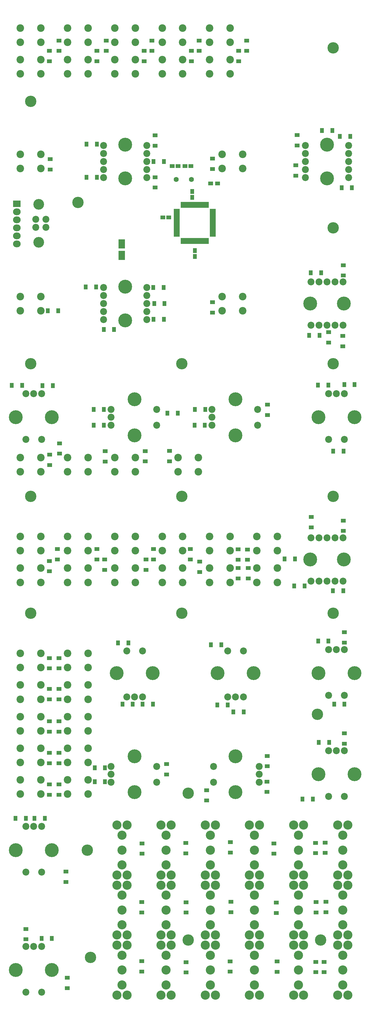
<source format=gts>
G04 #@! TF.FileFunction,Soldermask,Top*
%FSLAX46Y46*%
G04 Gerber Fmt 4.6, Leading zero omitted, Abs format (unit mm)*
G04 Created by KiCad (PCBNEW 4.0.2-stable) date 20/06/2016 17:59:36*
%MOMM*%
G01*
G04 APERTURE LIST*
%ADD10C,0.100000*%
%ADD11R,1.620000X1.310000*%
%ADD12R,0.950000X1.900000*%
%ADD13R,1.900000X0.950000*%
%ADD14R,1.600000X1.150000*%
%ADD15R,1.150000X1.600000*%
%ADD16R,2.000200X3.000960*%
%ADD17R,1.600000X1.300000*%
%ADD18C,4.400000*%
%ADD19C,2.200000*%
%ADD20C,2.400000*%
%ADD21R,1.310000X1.620000*%
%ADD22R,2.432000X2.127200*%
%ADD23O,2.432000X2.127200*%
%ADD24C,3.400000*%
%ADD25C,1.600000*%
%ADD26C,3.600000*%
%ADD27C,2.900000*%
G04 APERTURE END LIST*
D10*
D11*
X120000000Y-55000000D03*
X120000000Y-51730000D03*
D12*
X159075000Y-115125000D03*
X159875000Y-115125000D03*
X160675000Y-115125000D03*
X161475000Y-115125000D03*
X162275000Y-115125000D03*
X163075000Y-115125000D03*
X163875000Y-115125000D03*
X164675000Y-115125000D03*
X165475000Y-115125000D03*
X166275000Y-115125000D03*
X167075000Y-115125000D03*
D13*
X168775000Y-113425000D03*
X168775000Y-112625000D03*
X168775000Y-111825000D03*
X168775000Y-111025000D03*
X168775000Y-110225000D03*
X168775000Y-109425000D03*
X168775000Y-108625000D03*
X168775000Y-107825000D03*
X168775000Y-107025000D03*
X168775000Y-106225000D03*
X168775000Y-105425000D03*
D12*
X167075000Y-103725000D03*
X166275000Y-103725000D03*
X165475000Y-103725000D03*
X164675000Y-103725000D03*
X163875000Y-103725000D03*
X163075000Y-103725000D03*
X162275000Y-103725000D03*
X161475000Y-103725000D03*
X160675000Y-103725000D03*
X159875000Y-103725000D03*
X159075000Y-103725000D03*
D13*
X157375000Y-105425000D03*
X157375000Y-106225000D03*
X157375000Y-107025000D03*
X157375000Y-107825000D03*
X157375000Y-108625000D03*
X157375000Y-109425000D03*
X157375000Y-110225000D03*
X157375000Y-111025000D03*
X157375000Y-111825000D03*
X157375000Y-112625000D03*
X157375000Y-113425000D03*
D14*
X154850000Y-107750000D03*
X152950000Y-107750000D03*
X155900000Y-91500000D03*
X157800000Y-91500000D03*
X159950000Y-91500000D03*
X161850000Y-91500000D03*
D15*
X163125000Y-118200000D03*
X163125000Y-120100000D03*
X162300000Y-101400000D03*
X162300000Y-99500000D03*
D16*
X139900000Y-116100000D03*
X139900000Y-119701720D03*
D17*
X168100000Y-97000000D03*
X170300000Y-97000000D03*
D18*
X199650000Y-216000000D03*
D19*
X205000000Y-222840000D03*
X207540000Y-222840000D03*
X210080000Y-222840000D03*
X202460000Y-222840000D03*
X199920000Y-222840000D03*
X199920000Y-209160000D03*
X202460000Y-209160000D03*
X210080000Y-209160000D03*
X207540000Y-209160000D03*
X205000000Y-209160000D03*
D18*
X210350000Y-216000000D03*
X199650000Y-135000000D03*
D19*
X205000000Y-141840000D03*
X207540000Y-141840000D03*
X210080000Y-141840000D03*
X202460000Y-141840000D03*
X199920000Y-141840000D03*
X199920000Y-128160000D03*
X202460000Y-128160000D03*
X210080000Y-128160000D03*
X207540000Y-128160000D03*
X205000000Y-128160000D03*
D18*
X210350000Y-135000000D03*
X205000000Y-95350000D03*
D19*
X211840000Y-90000000D03*
X211840000Y-87460000D03*
X211840000Y-84920000D03*
X211840000Y-92540000D03*
X211840000Y-95080000D03*
X198160000Y-95080000D03*
X198160000Y-92540000D03*
X198160000Y-84920000D03*
X198160000Y-87460000D03*
X198160000Y-90000000D03*
D18*
X205000000Y-84650000D03*
X141000000Y-140350000D03*
D19*
X147840000Y-135000000D03*
X147840000Y-132460000D03*
X147840000Y-129920000D03*
X147840000Y-137540000D03*
X147840000Y-140080000D03*
X134160000Y-140080000D03*
X134160000Y-137540000D03*
X134160000Y-129920000D03*
X134160000Y-132460000D03*
X134160000Y-135000000D03*
D18*
X141000000Y-129650000D03*
X141000000Y-95350000D03*
D19*
X147840000Y-90000000D03*
X147840000Y-87460000D03*
X147840000Y-84920000D03*
X147840000Y-92540000D03*
X147840000Y-95080000D03*
X134160000Y-95080000D03*
X134160000Y-92540000D03*
X134160000Y-84920000D03*
X134160000Y-87460000D03*
X134160000Y-90000000D03*
D18*
X141000000Y-84650000D03*
D20*
X164250000Y-183750000D03*
X164250000Y-188250000D03*
X157750000Y-183750000D03*
X157750000Y-188250000D03*
X189250000Y-218750000D03*
X189250000Y-223250000D03*
X182750000Y-218750000D03*
X182750000Y-223250000D03*
X189250000Y-208750000D03*
X189250000Y-213250000D03*
X182750000Y-208750000D03*
X182750000Y-213250000D03*
X178250000Y-132750000D03*
X178250000Y-137250000D03*
X171750000Y-132750000D03*
X171750000Y-137250000D03*
X178250000Y-87750000D03*
X178250000Y-92250000D03*
X171750000Y-87750000D03*
X171750000Y-92250000D03*
X129250000Y-285750000D03*
X129250000Y-290250000D03*
X122750000Y-285750000D03*
X122750000Y-290250000D03*
X114250000Y-285750000D03*
X114250000Y-290250000D03*
X107750000Y-285750000D03*
X107750000Y-290250000D03*
X129250000Y-275750000D03*
X129250000Y-280250000D03*
X122750000Y-275750000D03*
X122750000Y-280250000D03*
X114250000Y-275750000D03*
X114250000Y-280250000D03*
X107750000Y-275750000D03*
X107750000Y-280250000D03*
X129250000Y-265750000D03*
X129250000Y-270250000D03*
X122750000Y-265750000D03*
X122750000Y-270250000D03*
X114250000Y-265750000D03*
X114250000Y-270250000D03*
X107750000Y-265750000D03*
X107750000Y-270250000D03*
X129250000Y-255750000D03*
X129250000Y-260250000D03*
X122750000Y-255750000D03*
X122750000Y-260250000D03*
X114250000Y-255750000D03*
X114250000Y-260250000D03*
X107750000Y-255750000D03*
X107750000Y-260250000D03*
X129250000Y-245750000D03*
X129250000Y-250250000D03*
X122750000Y-245750000D03*
X122750000Y-250250000D03*
X114250000Y-245750000D03*
X114250000Y-250250000D03*
X107750000Y-245750000D03*
X107750000Y-250250000D03*
X174250000Y-218750000D03*
X174250000Y-223250000D03*
X167750000Y-218750000D03*
X167750000Y-223250000D03*
X174250000Y-208750000D03*
X174250000Y-213250000D03*
X167750000Y-208750000D03*
X167750000Y-213250000D03*
X159250000Y-218750000D03*
X159250000Y-223250000D03*
X152750000Y-218750000D03*
X152750000Y-223250000D03*
X159250000Y-208750000D03*
X159250000Y-213250000D03*
X152750000Y-208750000D03*
X152750000Y-213250000D03*
X144250000Y-218750000D03*
X144250000Y-223250000D03*
X137750000Y-218750000D03*
X137750000Y-223250000D03*
X144250000Y-208750000D03*
X144250000Y-213250000D03*
X137750000Y-208750000D03*
X137750000Y-213250000D03*
X129250000Y-218750000D03*
X129250000Y-223250000D03*
X122750000Y-218750000D03*
X122750000Y-223250000D03*
X129250000Y-208750000D03*
X129250000Y-213250000D03*
X122750000Y-208750000D03*
X122750000Y-213250000D03*
X114250000Y-218750000D03*
X114250000Y-223250000D03*
X107750000Y-218750000D03*
X107750000Y-223250000D03*
X114250000Y-208750000D03*
X114250000Y-213250000D03*
X107750000Y-208750000D03*
X107750000Y-213250000D03*
X144250000Y-183750000D03*
X144250000Y-188250000D03*
X137750000Y-183750000D03*
X137750000Y-188250000D03*
X129250000Y-183750000D03*
X129250000Y-188250000D03*
X122750000Y-183750000D03*
X122750000Y-188250000D03*
X114250000Y-183750000D03*
X114250000Y-188250000D03*
X107750000Y-183750000D03*
X107750000Y-188250000D03*
X114250000Y-132750000D03*
X114250000Y-137250000D03*
X107750000Y-132750000D03*
X107750000Y-137250000D03*
X114250000Y-87750000D03*
X114250000Y-92250000D03*
X107750000Y-87750000D03*
X107750000Y-92250000D03*
X167750000Y-62250000D03*
X167750000Y-57750000D03*
X174250000Y-62250000D03*
X174250000Y-57750000D03*
X174250000Y-47750000D03*
X174250000Y-52250000D03*
X167750000Y-47750000D03*
X167750000Y-52250000D03*
X152750000Y-62250000D03*
X152750000Y-57750000D03*
X159250000Y-62250000D03*
X159250000Y-57750000D03*
X159250000Y-47750000D03*
X159250000Y-52250000D03*
X152750000Y-47750000D03*
X152750000Y-52250000D03*
X137750000Y-62250000D03*
X137750000Y-57750000D03*
X144250000Y-62250000D03*
X144250000Y-57750000D03*
X144250000Y-47750000D03*
X144250000Y-52250000D03*
X137750000Y-47750000D03*
X137750000Y-52250000D03*
X122750000Y-62250000D03*
X122750000Y-57750000D03*
X129250000Y-62250000D03*
X129250000Y-57750000D03*
X129250000Y-47750000D03*
X129250000Y-52250000D03*
X122750000Y-47750000D03*
X122750000Y-52250000D03*
X107750000Y-62250000D03*
X107750000Y-57750000D03*
X114250000Y-62250000D03*
X114250000Y-57750000D03*
X114250000Y-47750000D03*
X114250000Y-52250000D03*
X107750000Y-47750000D03*
X107750000Y-52250000D03*
D11*
X117000000Y-55000000D03*
X117000000Y-58270000D03*
X135000000Y-55000000D03*
X135000000Y-51730000D03*
X132000000Y-55000000D03*
X132000000Y-58270000D03*
X149500000Y-55000000D03*
X149500000Y-51730000D03*
X147000000Y-55000000D03*
X147000000Y-58270000D03*
X164500000Y-55000000D03*
X164500000Y-51730000D03*
X162000000Y-55000000D03*
X162000000Y-58270000D03*
X179500000Y-55000000D03*
X179500000Y-51730000D03*
X177000000Y-55000000D03*
X177000000Y-58270000D03*
X117250000Y-89250000D03*
X117250000Y-92520000D03*
D21*
X119720000Y-137250000D03*
X116450000Y-137250000D03*
D11*
X120150000Y-182500000D03*
X120150000Y-179230000D03*
X117050000Y-182830000D03*
X117050000Y-186100000D03*
X134700000Y-181730000D03*
X134700000Y-185000000D03*
D21*
X153270000Y-90000000D03*
X150000000Y-90000000D03*
X153470000Y-134950000D03*
X150200000Y-134950000D03*
D11*
X147400000Y-181680000D03*
X147400000Y-184950000D03*
D21*
X157700000Y-169700000D03*
X154430000Y-169700000D03*
D11*
X155100000Y-181630000D03*
X155100000Y-184900000D03*
X119500000Y-216000000D03*
X119500000Y-212730000D03*
X117000000Y-216480000D03*
X117000000Y-219750000D03*
X132000000Y-216000000D03*
X132000000Y-212730000D03*
X134500000Y-216000000D03*
X134500000Y-219270000D03*
X150000000Y-216000000D03*
X150000000Y-212730000D03*
X147600000Y-216000000D03*
X147600000Y-219270000D03*
X161700000Y-216000000D03*
X161700000Y-212730000D03*
X164650000Y-216700000D03*
X164650000Y-219970000D03*
X176800000Y-216085000D03*
X176800000Y-212815000D03*
X176800000Y-218750000D03*
X176800000Y-222020000D03*
X117000000Y-247230000D03*
X117000000Y-250500000D03*
X120000000Y-247230000D03*
X120000000Y-250500000D03*
X117000000Y-257000000D03*
X117000000Y-260270000D03*
X120000000Y-257000000D03*
X120000000Y-260270000D03*
X117000000Y-267230000D03*
X117000000Y-270500000D03*
X120000000Y-267230000D03*
X120000000Y-270500000D03*
X117000000Y-277230000D03*
X117000000Y-280500000D03*
X120000000Y-277230000D03*
X120000000Y-280500000D03*
X117000000Y-287230000D03*
X117000000Y-290500000D03*
X120000000Y-287230000D03*
X120000000Y-290500000D03*
X122200000Y-318120000D03*
X122200000Y-314850000D03*
X122625000Y-348415000D03*
X122625000Y-351685000D03*
X146350000Y-305880000D03*
X146350000Y-309150000D03*
X160250000Y-305780000D03*
X160250000Y-309050000D03*
X174400000Y-305530000D03*
X174400000Y-308800000D03*
X146225000Y-324455000D03*
X146225000Y-327725000D03*
X160300000Y-324530000D03*
X160300000Y-327800000D03*
X174550000Y-324375000D03*
X174550000Y-327645000D03*
X146275000Y-343165000D03*
X146275000Y-346435000D03*
X160275000Y-343475000D03*
X160275000Y-346745000D03*
X174275000Y-343240000D03*
X174275000Y-346510000D03*
X168700000Y-89100000D03*
X168700000Y-92370000D03*
X168700000Y-134550000D03*
X168700000Y-137820000D03*
X186100000Y-170270000D03*
X186100000Y-167000000D03*
D21*
X203430000Y-80200000D03*
X206700000Y-80200000D03*
D11*
X205500000Y-147320000D03*
X205500000Y-144050000D03*
D21*
X206980000Y-181700000D03*
X210250000Y-181700000D03*
D11*
X179750000Y-216120000D03*
X179750000Y-212850000D03*
X180050000Y-218750000D03*
X180050000Y-222020000D03*
D21*
X191565000Y-215850000D03*
X194835000Y-215850000D03*
X138750000Y-242400000D03*
X142020000Y-242400000D03*
D11*
X154100000Y-284070000D03*
X154100000Y-280800000D03*
D21*
X168215000Y-243050000D03*
X171485000Y-243050000D03*
D11*
X166800000Y-292300000D03*
X166800000Y-289030000D03*
D21*
X207280000Y-261800000D03*
X210550000Y-261800000D03*
X197230000Y-291900000D03*
X200500000Y-291900000D03*
D11*
X188150000Y-305880000D03*
X188150000Y-309150000D03*
X201350000Y-305730000D03*
X201350000Y-309000000D03*
X204400000Y-305630000D03*
X204400000Y-308900000D03*
X188950000Y-324640000D03*
X188950000Y-327910000D03*
X201550000Y-324475000D03*
X201550000Y-327745000D03*
X204700000Y-324405000D03*
X204700000Y-327675000D03*
X189175000Y-343275000D03*
X189175000Y-346545000D03*
X201450000Y-343400000D03*
X201450000Y-346670000D03*
X204100000Y-343400000D03*
X204100000Y-346670000D03*
D21*
X132000000Y-84500000D03*
X128730000Y-84500000D03*
X132000000Y-95000000D03*
X128730000Y-95000000D03*
D11*
X150500000Y-95000000D03*
X150500000Y-98270000D03*
X150500000Y-85000000D03*
X150500000Y-81730000D03*
D21*
X131750000Y-129750000D03*
X128480000Y-129750000D03*
X134200000Y-143200000D03*
X137470000Y-143200000D03*
X150000000Y-140000000D03*
X153270000Y-140000000D03*
X149900000Y-129900000D03*
X153170000Y-129900000D03*
D11*
X195500000Y-84900000D03*
X195500000Y-81630000D03*
X195100000Y-94470000D03*
X195100000Y-91200000D03*
D21*
X209655000Y-98325000D03*
X212925000Y-98325000D03*
X108300000Y-160900000D03*
X105030000Y-160900000D03*
X209115000Y-82050000D03*
X212385000Y-82050000D03*
X114800000Y-161000000D03*
X118070000Y-161000000D03*
X134270000Y-173500000D03*
X131000000Y-173500000D03*
D11*
X210150000Y-126120000D03*
X210150000Y-122850000D03*
D21*
X199880000Y-125250000D03*
X203150000Y-125250000D03*
X134270000Y-168500000D03*
X131000000Y-168500000D03*
X199350000Y-145050000D03*
X202620000Y-145050000D03*
X166270000Y-173500000D03*
X163000000Y-173500000D03*
X166400000Y-168500000D03*
X163130000Y-168500000D03*
D11*
X210050000Y-145250000D03*
X210050000Y-148520000D03*
D21*
X205435000Y-160800000D03*
X202165000Y-160800000D03*
X210500000Y-160600000D03*
X213770000Y-160600000D03*
D11*
X210200000Y-206970000D03*
X210200000Y-203700000D03*
X200000000Y-205820000D03*
X200000000Y-202550000D03*
D21*
X106230000Y-298000000D03*
X109500000Y-298000000D03*
X112230000Y-298000000D03*
X115500000Y-298000000D03*
D11*
X109500000Y-336270000D03*
X109500000Y-333000000D03*
D21*
X114500000Y-336000000D03*
X117770000Y-336000000D03*
X149800000Y-261800000D03*
X146530000Y-261800000D03*
X140130000Y-261800000D03*
X143400000Y-261800000D03*
X134600000Y-286400000D03*
X131330000Y-286400000D03*
X134600000Y-282000000D03*
X131330000Y-282000000D03*
X178600000Y-264300000D03*
X175330000Y-264300000D03*
X173500000Y-262100000D03*
X170230000Y-262100000D03*
X197870000Y-224350000D03*
X194600000Y-224350000D03*
X210170000Y-225900000D03*
X206900000Y-225900000D03*
D11*
X186050000Y-281485000D03*
X186050000Y-278215000D03*
X186000000Y-286350000D03*
X186000000Y-289620000D03*
D21*
X205470000Y-241800000D03*
X202200000Y-241800000D03*
D11*
X210500000Y-242300000D03*
X210500000Y-239030000D03*
D21*
X205670000Y-273950000D03*
X202400000Y-273950000D03*
D11*
X210550000Y-274320000D03*
X210550000Y-271050000D03*
D22*
X106600000Y-103380000D03*
D23*
X106600000Y-105920000D03*
X106600000Y-108460000D03*
X106600000Y-111000000D03*
X106600000Y-113540000D03*
X106600000Y-116080000D03*
D19*
X112650000Y-110850000D03*
X112650000Y-108350000D03*
X115850000Y-108350000D03*
D24*
X113600000Y-103580000D03*
X113600000Y-115620000D03*
D19*
X115850000Y-110850000D03*
D25*
X157160000Y-95700000D03*
X162040000Y-95700000D03*
D26*
X161000000Y-290000000D03*
X202000000Y-265000000D03*
X159000000Y-233000000D03*
X159000000Y-196000000D03*
X126000000Y-103000000D03*
X111000000Y-196000000D03*
X207000000Y-196000000D03*
X207000000Y-154000000D03*
X111000000Y-154000000D03*
X159000000Y-154000000D03*
X111000000Y-71000000D03*
X207000000Y-54000000D03*
X207000000Y-111000000D03*
X129000000Y-308000000D03*
X207000000Y-233000000D03*
X111000000Y-233000000D03*
X130000000Y-342000000D03*
X203000000Y-336500000D03*
X161000000Y-336500000D03*
D27*
X138399800Y-300100600D03*
X141600200Y-300100600D03*
X138399800Y-315899400D03*
X141600200Y-315899400D03*
X140000000Y-312699000D03*
X140000000Y-303301000D03*
X140000000Y-308000000D03*
X152399800Y-300100600D03*
X155600200Y-300100600D03*
X152399800Y-315899400D03*
X155600200Y-315899400D03*
X154000000Y-312699000D03*
X154000000Y-303301000D03*
X154000000Y-308000000D03*
X166399800Y-300100600D03*
X169600200Y-300100600D03*
X166399800Y-315899400D03*
X169600200Y-315899400D03*
X168000000Y-312699000D03*
X168000000Y-303301000D03*
X168000000Y-308000000D03*
X138399800Y-319100600D03*
X141600200Y-319100600D03*
X138399800Y-334899400D03*
X141600200Y-334899400D03*
X140000000Y-331699000D03*
X140000000Y-322301000D03*
X140000000Y-327000000D03*
X152399800Y-319100600D03*
X155600200Y-319100600D03*
X152399800Y-334899400D03*
X155600200Y-334899400D03*
X154000000Y-331699000D03*
X154000000Y-322301000D03*
X154000000Y-327000000D03*
X166399800Y-319100600D03*
X169600200Y-319100600D03*
X166399800Y-334899400D03*
X169600200Y-334899400D03*
X168000000Y-331699000D03*
X168000000Y-322301000D03*
X168000000Y-327000000D03*
X138399800Y-338100600D03*
X141600200Y-338100600D03*
X138399800Y-353899400D03*
X141600200Y-353899400D03*
X140000000Y-350699000D03*
X140000000Y-341301000D03*
X140000000Y-346000000D03*
X152399800Y-338100600D03*
X155600200Y-338100600D03*
X152399800Y-353899400D03*
X155600200Y-353899400D03*
X154000000Y-350699000D03*
X154000000Y-341301000D03*
X154000000Y-346000000D03*
X166399800Y-338100600D03*
X169600200Y-338100600D03*
X166399800Y-353899400D03*
X169600200Y-353899400D03*
X168000000Y-350699000D03*
X168000000Y-341301000D03*
X168000000Y-346000000D03*
X180399800Y-300100600D03*
X183600200Y-300100600D03*
X180399800Y-315899400D03*
X183600200Y-315899400D03*
X182000000Y-312699000D03*
X182000000Y-303301000D03*
X182000000Y-308000000D03*
X194399800Y-300100600D03*
X197600200Y-300100600D03*
X194399800Y-315899400D03*
X197600200Y-315899400D03*
X196000000Y-312699000D03*
X196000000Y-303301000D03*
X196000000Y-308000000D03*
X208399800Y-300100600D03*
X211600200Y-300100600D03*
X208399800Y-315899400D03*
X211600200Y-315899400D03*
X210000000Y-312699000D03*
X210000000Y-303301000D03*
X210000000Y-308000000D03*
X180399800Y-319100600D03*
X183600200Y-319100600D03*
X180399800Y-334899400D03*
X183600200Y-334899400D03*
X182000000Y-331699000D03*
X182000000Y-322301000D03*
X182000000Y-327000000D03*
X194399800Y-319100600D03*
X197600200Y-319100600D03*
X194399800Y-334899400D03*
X197600200Y-334899400D03*
X196000000Y-331699000D03*
X196000000Y-322301000D03*
X196000000Y-327000000D03*
X208399800Y-319100600D03*
X211600200Y-319100600D03*
X208399800Y-334899400D03*
X211600200Y-334899400D03*
X210000000Y-331699000D03*
X210000000Y-322301000D03*
X210000000Y-327000000D03*
X180399800Y-338100600D03*
X183600200Y-338100600D03*
X180399800Y-353899400D03*
X183600200Y-353899400D03*
X182000000Y-350699000D03*
X182000000Y-341301000D03*
X182000000Y-346000000D03*
X194399800Y-338100600D03*
X197600200Y-338100600D03*
X194399800Y-353899400D03*
X197600200Y-353899400D03*
X196000000Y-350699000D03*
X196000000Y-341301000D03*
X196000000Y-346000000D03*
X208399800Y-338100600D03*
X211600200Y-338100600D03*
X208399800Y-353899400D03*
X211600200Y-353899400D03*
X210000000Y-350699000D03*
X210000000Y-341301000D03*
X210000000Y-346000000D03*
D18*
X117700000Y-171000000D03*
D19*
X112000000Y-163500000D03*
X109500000Y-163500000D03*
X114500000Y-163500000D03*
X114500000Y-178000000D03*
X109500000Y-178000000D03*
D18*
X106300000Y-171000000D03*
X117700000Y-308000000D03*
D19*
X112000000Y-300500000D03*
X109500000Y-300500000D03*
X114500000Y-300500000D03*
X114500000Y-315000000D03*
X109500000Y-315000000D03*
D18*
X106300000Y-308000000D03*
X117700000Y-346000000D03*
D19*
X112000000Y-338500000D03*
X109500000Y-338500000D03*
X114500000Y-338500000D03*
X114500000Y-353000000D03*
X109500000Y-353000000D03*
D18*
X106300000Y-346000000D03*
X138300000Y-252000000D03*
D19*
X144000000Y-259500000D03*
X146500000Y-259500000D03*
X141500000Y-259500000D03*
X141500000Y-245000000D03*
X146500000Y-245000000D03*
D18*
X149700000Y-252000000D03*
X144000000Y-278300000D03*
D19*
X136500000Y-284000000D03*
X136500000Y-286500000D03*
X136500000Y-281500000D03*
X151000000Y-281500000D03*
X151000000Y-286500000D03*
D18*
X144000000Y-289700000D03*
X170300000Y-252000000D03*
D19*
X176000000Y-259500000D03*
X178500000Y-259500000D03*
X173500000Y-259500000D03*
X173500000Y-245000000D03*
X178500000Y-245000000D03*
D18*
X181700000Y-252000000D03*
X176000000Y-289700000D03*
D19*
X183500000Y-284000000D03*
X183500000Y-281500000D03*
X183500000Y-286500000D03*
X169000000Y-286500000D03*
X169000000Y-281500000D03*
D18*
X176000000Y-278300000D03*
X213700000Y-252000000D03*
D19*
X208000000Y-244500000D03*
X205500000Y-244500000D03*
X210500000Y-244500000D03*
X210500000Y-259000000D03*
X205500000Y-259000000D03*
D18*
X202300000Y-252000000D03*
X213700000Y-284000000D03*
D19*
X208000000Y-276500000D03*
X205500000Y-276500000D03*
X210500000Y-276500000D03*
X210500000Y-291000000D03*
X205500000Y-291000000D03*
D18*
X202300000Y-284000000D03*
X144000000Y-165300000D03*
D19*
X136500000Y-171000000D03*
X136500000Y-173500000D03*
X136500000Y-168500000D03*
X151000000Y-168500000D03*
X151000000Y-173500000D03*
D18*
X144000000Y-176700000D03*
X176000000Y-165300000D03*
D19*
X168500000Y-171000000D03*
X168500000Y-173500000D03*
X168500000Y-168500000D03*
X183000000Y-168500000D03*
X183000000Y-173500000D03*
D18*
X176000000Y-176700000D03*
X213700000Y-171000000D03*
D19*
X208000000Y-163500000D03*
X205500000Y-163500000D03*
X210500000Y-163500000D03*
X210500000Y-178000000D03*
X205500000Y-178000000D03*
D18*
X202300000Y-171000000D03*
M02*

</source>
